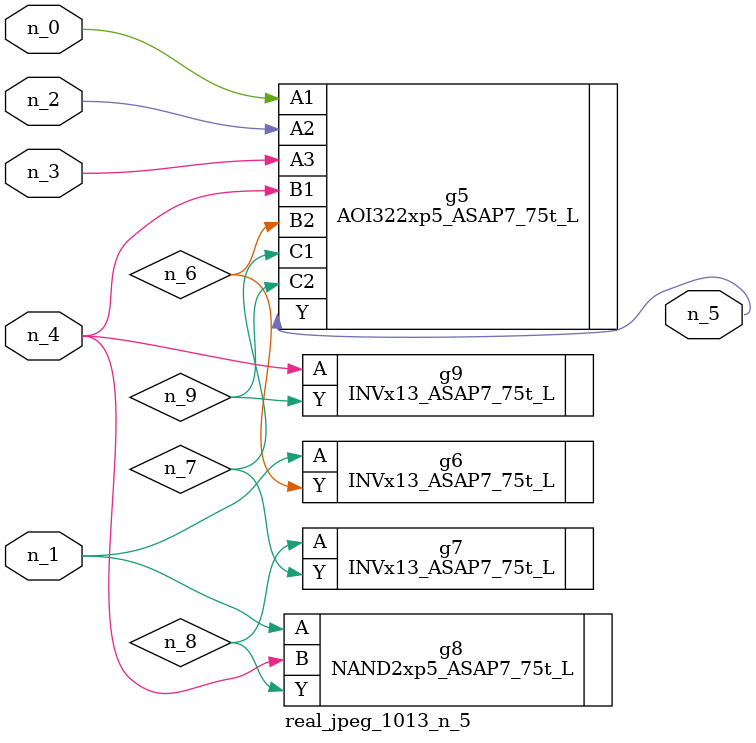
<source format=v>
module real_jpeg_1013_n_5 (n_4, n_0, n_1, n_2, n_3, n_5);

input n_4;
input n_0;
input n_1;
input n_2;
input n_3;

output n_5;

wire n_8;
wire n_6;
wire n_7;
wire n_9;

AOI322xp5_ASAP7_75t_L g5 ( 
.A1(n_0),
.A2(n_2),
.A3(n_3),
.B1(n_4),
.B2(n_6),
.C1(n_7),
.C2(n_9),
.Y(n_5)
);

INVx13_ASAP7_75t_L g6 ( 
.A(n_1),
.Y(n_6)
);

NAND2xp5_ASAP7_75t_L g8 ( 
.A(n_1),
.B(n_4),
.Y(n_8)
);

INVx13_ASAP7_75t_L g9 ( 
.A(n_4),
.Y(n_9)
);

INVx13_ASAP7_75t_L g7 ( 
.A(n_8),
.Y(n_7)
);


endmodule
</source>
